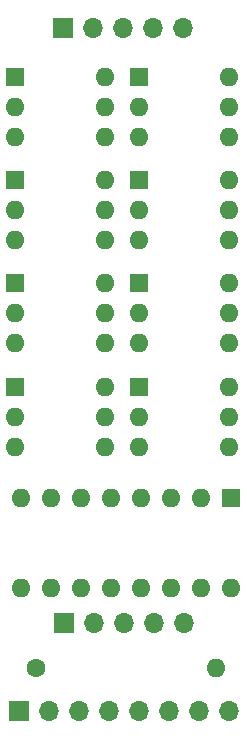
<source format=gts>
G04 #@! TF.GenerationSoftware,KiCad,Pcbnew,(6.0.5)*
G04 #@! TF.CreationDate,2022-08-24T21:51:27+01:00*
G04 #@! TF.ProjectId,iel-driver,69656c2d-6472-4697-9665-722e6b696361,rev?*
G04 #@! TF.SameCoordinates,Original*
G04 #@! TF.FileFunction,Soldermask,Top*
G04 #@! TF.FilePolarity,Negative*
%FSLAX46Y46*%
G04 Gerber Fmt 4.6, Leading zero omitted, Abs format (unit mm)*
G04 Created by KiCad (PCBNEW (6.0.5)) date 2022-08-24 21:51:27*
%MOMM*%
%LPD*%
G01*
G04 APERTURE LIST*
%ADD10R,1.600000X1.600000*%
%ADD11O,1.600000X1.600000*%
%ADD12R,1.700000X1.700000*%
%ADD13O,1.700000X1.700000*%
%ADD14C,1.600000*%
G04 APERTURE END LIST*
D10*
X141900000Y-87600000D03*
D11*
X141900000Y-90140000D03*
X141900000Y-92680000D03*
X149520000Y-92680000D03*
X149520000Y-90140000D03*
X149520000Y-87600000D03*
D12*
X131725000Y-132575000D03*
D13*
X134265000Y-132575000D03*
X136805000Y-132575000D03*
X139345000Y-132575000D03*
X141885000Y-132575000D03*
X144425000Y-132575000D03*
X146965000Y-132575000D03*
X149505000Y-132575000D03*
D10*
X141900000Y-105075000D03*
D11*
X141900000Y-107615000D03*
X141900000Y-110155000D03*
X149520000Y-110155000D03*
X149520000Y-107615000D03*
X149520000Y-105075000D03*
D10*
X131400000Y-105075000D03*
D11*
X131400000Y-107615000D03*
X131400000Y-110155000D03*
X139020000Y-110155000D03*
X139020000Y-107615000D03*
X139020000Y-105075000D03*
D14*
X133180000Y-128900000D03*
D11*
X148420000Y-128900000D03*
D10*
X141900000Y-78875000D03*
D11*
X141900000Y-81415000D03*
X141900000Y-83955000D03*
X149520000Y-83955000D03*
X149520000Y-81415000D03*
X149520000Y-78875000D03*
D10*
X131400000Y-96275000D03*
D11*
X131400000Y-98815000D03*
X131400000Y-101355000D03*
X139020000Y-101355000D03*
X139020000Y-98815000D03*
X139020000Y-96275000D03*
D12*
X135525000Y-125100000D03*
D13*
X138065000Y-125100000D03*
X140605000Y-125100000D03*
X143145000Y-125100000D03*
X145685000Y-125100000D03*
D10*
X141900000Y-96275000D03*
D11*
X141900000Y-98815000D03*
X141900000Y-101355000D03*
X149520000Y-101355000D03*
X149520000Y-98815000D03*
X149520000Y-96275000D03*
D10*
X131400000Y-87575000D03*
D11*
X131400000Y-90115000D03*
X131400000Y-92655000D03*
X139020000Y-92655000D03*
X139020000Y-90115000D03*
X139020000Y-87575000D03*
D12*
X135425000Y-74700000D03*
D13*
X137965000Y-74700000D03*
X140505000Y-74700000D03*
X143045000Y-74700000D03*
X145585000Y-74700000D03*
D10*
X149700000Y-114500000D03*
D11*
X147160000Y-114500000D03*
X144620000Y-114500000D03*
X142080000Y-114500000D03*
X139540000Y-114500000D03*
X137000000Y-114500000D03*
X134460000Y-114500000D03*
X131920000Y-114500000D03*
X131920000Y-122120000D03*
X134460000Y-122120000D03*
X137000000Y-122120000D03*
X139540000Y-122120000D03*
X142080000Y-122120000D03*
X144620000Y-122120000D03*
X147160000Y-122120000D03*
X149700000Y-122120000D03*
D10*
X131400000Y-78875000D03*
D11*
X131400000Y-81415000D03*
X131400000Y-83955000D03*
X139020000Y-83955000D03*
X139020000Y-81415000D03*
X139020000Y-78875000D03*
M02*

</source>
